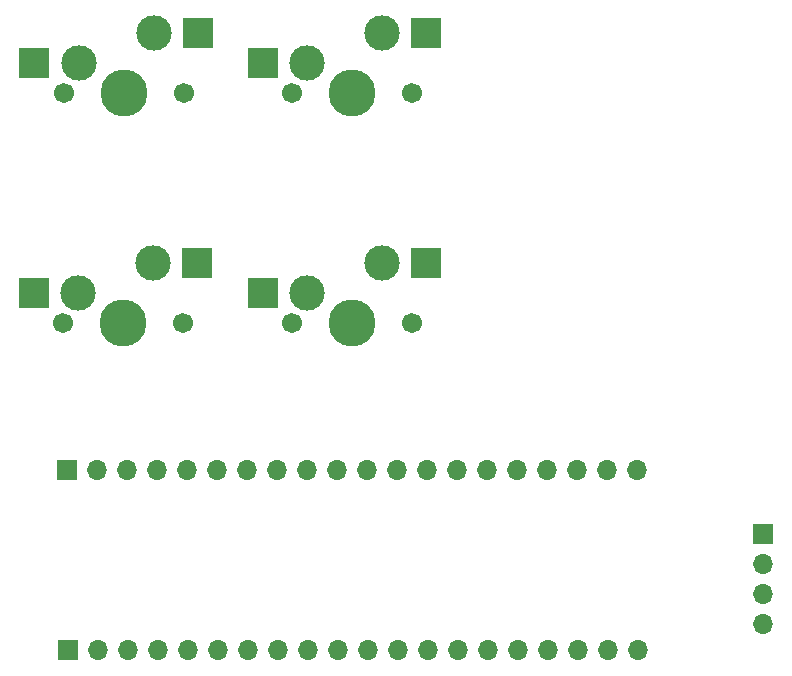
<source format=gbr>
%TF.GenerationSoftware,KiCad,Pcbnew,8.0.8*%
%TF.CreationDate,2025-06-15T23:17:14+08:00*%
%TF.ProjectId,2x2,3278322e-6b69-4636-9164-5f7063625858,rev?*%
%TF.SameCoordinates,Original*%
%TF.FileFunction,Soldermask,Bot*%
%TF.FilePolarity,Negative*%
%FSLAX46Y46*%
G04 Gerber Fmt 4.6, Leading zero omitted, Abs format (unit mm)*
G04 Created by KiCad (PCBNEW 8.0.8) date 2025-06-15 23:17:14*
%MOMM*%
%LPD*%
G01*
G04 APERTURE LIST*
%ADD10R,2.550000X2.500000*%
%ADD11C,1.701800*%
%ADD12C,3.000000*%
%ADD13C,3.987800*%
%ADD14R,1.700000X1.700000*%
%ADD15O,1.700000X1.700000*%
G04 APERTURE END LIST*
D10*
%TO.C,SW6*%
X85150000Y-59791600D03*
X99000000Y-57251600D03*
D11*
X97790000Y-62331600D03*
D12*
X95250000Y-57251600D03*
D13*
X92710000Y-62331600D03*
D12*
X88900000Y-59791600D03*
D11*
X87630000Y-62331600D03*
%TD*%
%TO.C,SW5*%
X87655400Y-42875200D03*
D12*
X88925400Y-40335200D03*
D13*
X92735400Y-42875200D03*
D12*
X95275400Y-37795200D03*
D11*
X97815400Y-42875200D03*
D10*
X99025400Y-37795200D03*
X85175400Y-40335200D03*
%TD*%
%TO.C,SW2*%
X104530200Y-59817000D03*
X118380200Y-57277000D03*
D11*
X117170200Y-62357000D03*
D12*
X114630200Y-57277000D03*
D13*
X112090200Y-62357000D03*
D12*
X108280200Y-59817000D03*
D11*
X107010200Y-62357000D03*
%TD*%
%TO.C,SW1*%
X107010200Y-42875200D03*
D12*
X108280200Y-40335200D03*
D13*
X112090200Y-42875200D03*
D12*
X114630200Y-37795200D03*
D11*
X117170200Y-42875200D03*
D10*
X118380200Y-37795200D03*
X104530200Y-40335200D03*
%TD*%
D14*
%TO.C,J3*%
X146862800Y-80162400D03*
D15*
X146862800Y-82702400D03*
X146862800Y-85242400D03*
X146862800Y-87782400D03*
%TD*%
%TO.C,J2*%
X136245600Y-74726800D03*
X133705600Y-74726800D03*
X131165600Y-74726800D03*
X128625600Y-74726800D03*
X126085600Y-74726800D03*
X123545600Y-74726800D03*
X121005600Y-74726800D03*
X118465600Y-74726800D03*
X115925600Y-74726800D03*
X113385600Y-74726800D03*
X110845600Y-74726800D03*
X108305600Y-74726800D03*
X105765600Y-74726800D03*
X103225600Y-74726800D03*
X100685600Y-74726800D03*
X98145600Y-74726800D03*
X95605600Y-74726800D03*
X93065600Y-74726800D03*
X90525600Y-74726800D03*
D14*
X87985600Y-74726800D03*
%TD*%
%TO.C,J1*%
X88011000Y-89992200D03*
D15*
X90551000Y-89992200D03*
X93091000Y-89992200D03*
X95631000Y-89992200D03*
X98171000Y-89992200D03*
X100711000Y-89992200D03*
X103251000Y-89992200D03*
X105791000Y-89992200D03*
X108331000Y-89992200D03*
X110871000Y-89992200D03*
X113411000Y-89992200D03*
X115951000Y-89992200D03*
X118491000Y-89992200D03*
X121031000Y-89992200D03*
X123571000Y-89992200D03*
X126111000Y-89992200D03*
X128651000Y-89992200D03*
X131191000Y-89992200D03*
X133731000Y-89992200D03*
X136271000Y-89992200D03*
%TD*%
M02*

</source>
